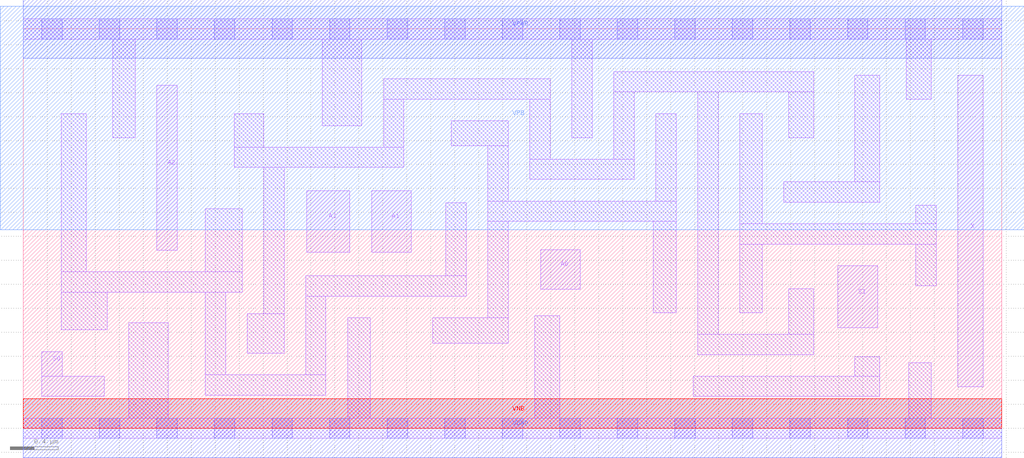
<source format=lef>
# Copyright 2020 The SkyWater PDK Authors
#
# Licensed under the Apache License, Version 2.0 (the "License");
# you may not use this file except in compliance with the License.
# You may obtain a copy of the License at
#
#     https://www.apache.org/licenses/LICENSE-2.0
#
# Unless required by applicable law or agreed to in writing, software
# distributed under the License is distributed on an "AS IS" BASIS,
# WITHOUT WARRANTIES OR CONDITIONS OF ANY KIND, either express or implied.
# See the License for the specific language governing permissions and
# limitations under the License.
#
# SPDX-License-Identifier: Apache-2.0

VERSION 5.7 ;
  NOWIREEXTENSIONATPIN ON ;
  DIVIDERCHAR "/" ;
  BUSBITCHARS "[]" ;
MACRO sky130_fd_sc_lp__mux4_m
  CLASS CORE ;
  FOREIGN sky130_fd_sc_lp__mux4_m ;
  ORIGIN  0.000000  0.000000 ;
  SIZE  8.160000 BY  3.330000 ;
  SYMMETRY X Y R90 ;
  SITE unit ;
  PIN A0
    ANTENNAGATEAREA  0.126000 ;
    DIRECTION INPUT ;
    USE SIGNAL ;
    PORT
      LAYER li1 ;
        RECT 4.315000 1.160000 4.645000 1.490000 ;
    END
  END A0
  PIN A1
    ANTENNAGATEAREA  0.126000 ;
    DIRECTION INPUT ;
    USE SIGNAL ;
    PORT
      LAYER li1 ;
        RECT 2.905000 1.470000 3.235000 1.980000 ;
    END
  END A1
  PIN A2
    ANTENNAGATEAREA  0.126000 ;
    DIRECTION INPUT ;
    USE SIGNAL ;
    PORT
      LAYER li1 ;
        RECT 1.115000 1.485000 1.285000 2.860000 ;
    END
  END A2
  PIN A3
    ANTENNAGATEAREA  0.126000 ;
    DIRECTION INPUT ;
    USE SIGNAL ;
    PORT
      LAYER li1 ;
        RECT 2.365000 1.470000 2.725000 1.980000 ;
    END
  END A3
  PIN S0
    ANTENNAGATEAREA  0.378000 ;
    DIRECTION INPUT ;
    USE SIGNAL ;
    PORT
      LAYER li1 ;
        RECT 0.155000 0.265000 0.675000 0.435000 ;
        RECT 0.155000 0.435000 0.325000 0.640000 ;
    END
  END S0
  PIN S1
    ANTENNAGATEAREA  0.252000 ;
    DIRECTION INPUT ;
    USE SIGNAL ;
    PORT
      LAYER li1 ;
        RECT 6.795000 0.840000 7.125000 1.355000 ;
    END
  END S1
  PIN X
    ANTENNADIFFAREA  0.222600 ;
    DIRECTION OUTPUT ;
    USE SIGNAL ;
    PORT
      LAYER li1 ;
        RECT 7.795000 0.345000 8.005000 2.945000 ;
    END
  END X
  PIN VGND
    DIRECTION INOUT ;
    USE GROUND ;
    PORT
      LAYER met1 ;
        RECT 0.000000 -0.245000 8.160000 0.245000 ;
    END
  END VGND
  PIN VNB
    DIRECTION INOUT ;
    USE GROUND ;
    PORT
      LAYER pwell ;
        RECT 0.000000 0.000000 8.160000 0.245000 ;
    END
  END VNB
  PIN VPB
    DIRECTION INOUT ;
    USE POWER ;
    PORT
      LAYER nwell ;
        RECT -0.190000 1.655000 8.350000 3.520000 ;
    END
  END VPB
  PIN VPWR
    DIRECTION INOUT ;
    USE POWER ;
    PORT
      LAYER met1 ;
        RECT 0.000000 3.085000 8.160000 3.575000 ;
    END
  END VPWR
  OBS
    LAYER li1 ;
      RECT 0.000000 -0.085000 8.160000 0.085000 ;
      RECT 0.000000  3.245000 8.160000 3.415000 ;
      RECT 0.315000  0.820000 0.700000 1.135000 ;
      RECT 0.315000  1.135000 1.825000 1.305000 ;
      RECT 0.315000  1.305000 0.525000 2.625000 ;
      RECT 0.745000  2.425000 0.935000 3.245000 ;
      RECT 0.880000  0.085000 1.210000 0.880000 ;
      RECT 1.520000  0.275000 2.525000 0.445000 ;
      RECT 1.520000  0.445000 1.690000 1.135000 ;
      RECT 1.520000  1.305000 1.825000 1.830000 ;
      RECT 1.760000  2.175000 3.175000 2.345000 ;
      RECT 1.760000  2.345000 2.005000 2.625000 ;
      RECT 1.870000  0.625000 2.175000 0.955000 ;
      RECT 2.005000  0.955000 2.175000 2.175000 ;
      RECT 2.355000  0.445000 2.525000 1.100000 ;
      RECT 2.355000  1.100000 3.695000 1.270000 ;
      RECT 2.495000  2.525000 2.825000 3.245000 ;
      RECT 2.705000  0.085000 2.895000 0.920000 ;
      RECT 3.005000  2.345000 3.175000 2.745000 ;
      RECT 3.005000  2.745000 4.395000 2.915000 ;
      RECT 3.415000  0.710000 4.045000 0.920000 ;
      RECT 3.525000  1.270000 3.695000 1.880000 ;
      RECT 3.570000  2.355000 4.045000 2.565000 ;
      RECT 3.875000  0.920000 4.045000 1.725000 ;
      RECT 3.875000  1.725000 5.445000 1.895000 ;
      RECT 3.875000  1.895000 4.045000 2.355000 ;
      RECT 4.225000  2.075000 5.095000 2.245000 ;
      RECT 4.225000  2.245000 4.395000 2.745000 ;
      RECT 4.265000  0.085000 4.475000 0.940000 ;
      RECT 4.575000  2.425000 4.745000 3.245000 ;
      RECT 4.925000  2.245000 5.095000 2.805000 ;
      RECT 4.925000  2.805000 6.595000 2.975000 ;
      RECT 5.255000  0.965000 5.445000 1.725000 ;
      RECT 5.275000  1.895000 5.445000 2.625000 ;
      RECT 5.590000  0.265000 7.145000 0.435000 ;
      RECT 5.625000  0.615000 6.595000 0.785000 ;
      RECT 5.625000  0.785000 5.795000 2.805000 ;
      RECT 5.975000  0.965000 6.165000 1.535000 ;
      RECT 5.975000  1.535000 7.615000 1.705000 ;
      RECT 5.975000  1.705000 6.165000 2.625000 ;
      RECT 6.345000  1.885000 7.145000 2.055000 ;
      RECT 6.385000  0.785000 6.595000 1.165000 ;
      RECT 6.385000  2.425000 6.595000 2.805000 ;
      RECT 6.935000  0.435000 7.145000 0.595000 ;
      RECT 6.935000  2.055000 7.145000 2.945000 ;
      RECT 7.365000  2.745000 7.575000 3.245000 ;
      RECT 7.385000  0.085000 7.575000 0.545000 ;
      RECT 7.445000  1.190000 7.615000 1.535000 ;
      RECT 7.445000  1.705000 7.615000 1.860000 ;
    LAYER mcon ;
      RECT 0.155000 -0.085000 0.325000 0.085000 ;
      RECT 0.155000  3.245000 0.325000 3.415000 ;
      RECT 0.635000 -0.085000 0.805000 0.085000 ;
      RECT 0.635000  3.245000 0.805000 3.415000 ;
      RECT 1.115000 -0.085000 1.285000 0.085000 ;
      RECT 1.115000  3.245000 1.285000 3.415000 ;
      RECT 1.595000 -0.085000 1.765000 0.085000 ;
      RECT 1.595000  3.245000 1.765000 3.415000 ;
      RECT 2.075000 -0.085000 2.245000 0.085000 ;
      RECT 2.075000  3.245000 2.245000 3.415000 ;
      RECT 2.555000 -0.085000 2.725000 0.085000 ;
      RECT 2.555000  3.245000 2.725000 3.415000 ;
      RECT 3.035000 -0.085000 3.205000 0.085000 ;
      RECT 3.035000  3.245000 3.205000 3.415000 ;
      RECT 3.515000 -0.085000 3.685000 0.085000 ;
      RECT 3.515000  3.245000 3.685000 3.415000 ;
      RECT 3.995000 -0.085000 4.165000 0.085000 ;
      RECT 3.995000  3.245000 4.165000 3.415000 ;
      RECT 4.475000 -0.085000 4.645000 0.085000 ;
      RECT 4.475000  3.245000 4.645000 3.415000 ;
      RECT 4.955000 -0.085000 5.125000 0.085000 ;
      RECT 4.955000  3.245000 5.125000 3.415000 ;
      RECT 5.435000 -0.085000 5.605000 0.085000 ;
      RECT 5.435000  3.245000 5.605000 3.415000 ;
      RECT 5.915000 -0.085000 6.085000 0.085000 ;
      RECT 5.915000  3.245000 6.085000 3.415000 ;
      RECT 6.395000 -0.085000 6.565000 0.085000 ;
      RECT 6.395000  3.245000 6.565000 3.415000 ;
      RECT 6.875000 -0.085000 7.045000 0.085000 ;
      RECT 6.875000  3.245000 7.045000 3.415000 ;
      RECT 7.355000 -0.085000 7.525000 0.085000 ;
      RECT 7.355000  3.245000 7.525000 3.415000 ;
      RECT 7.835000 -0.085000 8.005000 0.085000 ;
      RECT 7.835000  3.245000 8.005000 3.415000 ;
  END
END sky130_fd_sc_lp__mux4_m
END LIBRARY

</source>
